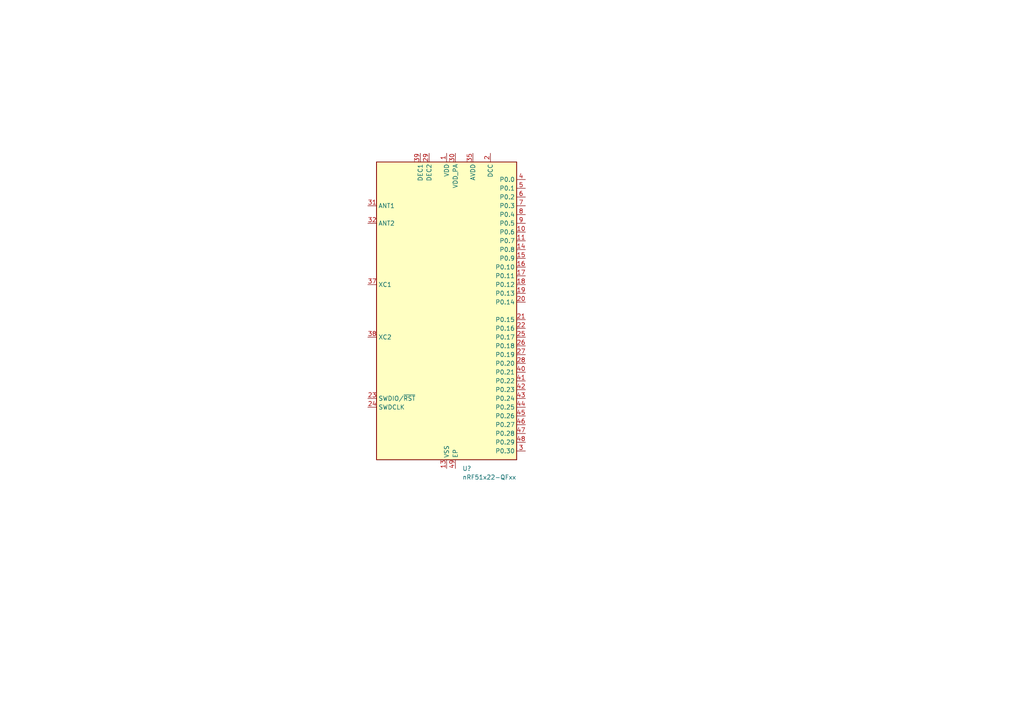
<source format=kicad_sch>
(kicad_sch (version 20211123) (generator eeschema)
  (paper "A4")
  (lib_symbols
    (symbol "MCU_Nordic:nRF51x22-QFxx"
      (property "Reference" "U" (at 0 2.54 0))
      (property "Value" "nRF51x22-QFxx" (at 0 -2.54 0))
      (symbol "nRF51x22-QFxx_0_1"
        (rectangle (start -20.32 43.18) (end 20.32 -43.18) (stroke (width 0.254)) (fill (type background)))
      )
      (symbol "nRF51x22-QFxx_1_1"
        (pin power_in line (at 0 45.72 270) (length 2.54) (name "VDD") (number "1"))
        (pin bidirectional line (at 22.86 22.86 180) (length 2.54) (name "P0.6") (number "10"))
        (pin bidirectional line (at 22.86 20.32 180) (length 2.54) (name "P0.7") (number "11"))
        (pin passive line (at 0 45.72 270) (length 2.54) hide (name "VDD") (number "12"))
        (pin power_in line (at 0 -45.72 90) (length 2.54) (name "VSS") (number "13"))
        (pin bidirectional line (at 22.86 17.78 180) (length 2.54) (name "P0.8") (number "14"))
        (pin bidirectional line (at 22.86 15.24 180) (length 2.54) (name "P0.9") (number "15"))
        (pin bidirectional line (at 22.86 12.7 180) (length 2.54) (name "P0.10") (number "16"))
        (pin bidirectional line (at 22.86 10.16 180) (length 2.54) (name "P0.11") (number "17"))
        (pin bidirectional line (at 22.86 7.62 180) (length 2.54) (name "P0.12") (number "18"))
        (pin bidirectional line (at 22.86 5.08 180) (length 2.54) (name "P0.13") (number "19"))
        (pin power_out line (at 12.7 45.72 270) (length 2.54) (name "DCC") (number "2"))
        (pin bidirectional line (at 22.86 2.54 180) (length 2.54) (name "P0.14") (number "20"))
        (pin bidirectional line (at 22.86 -2.54 180) (length 2.54) (name "P0.15") (number "21"))
        (pin bidirectional line (at 22.86 -5.08 180) (length 2.54) (name "P0.16") (number "22"))
        (pin bidirectional line (at -22.86 -25.4 0) (length 2.54) (name "SWDIO/~{RST}") (number "23"))
        (pin input line (at -22.86 -27.94 0) (length 2.54) (name "SWDCLK") (number "24"))
        (pin bidirectional line (at 22.86 -7.62 180) (length 2.54) (name "P0.17") (number "25"))
        (pin bidirectional line (at 22.86 -10.16 180) (length 2.54) (name "P0.18") (number "26"))
        (pin bidirectional line (at 22.86 -12.7 180) (length 2.54) (name "P0.19") (number "27"))
        (pin bidirectional line (at 22.86 -15.24 180) (length 2.54) (name "P0.20") (number "28"))
        (pin passive line (at -5.08 45.72 270) (length 2.54) (name "DEC2") (number "29"))
        (pin bidirectional line (at 22.86 -40.64 180) (length 2.54) (name "P0.30") (number "3"))
        (pin power_out line (at 2.54 45.72 270) (length 2.54) (name "VDD_PA") (number "30"))
        (pin output line (at -22.86 30.48 0) (length 2.54) (name "ANT1") (number "31"))
        (pin output line (at -22.86 25.4 0) (length 2.54) (name "ANT2") (number "32"))
        (pin passive line (at 0 -45.72 90) (length 2.54) hide (name "VSS") (number "33"))
        (pin passive line (at 0 -45.72 90) (length 2.54) hide (name "VSS") (number "34"))
        (pin power_in line (at 7.62 45.72 270) (length 2.54) (name "AVDD") (number "35"))
        (pin passive line (at 7.62 45.72 270) (length 2.54) hide (name "AVDD") (number "36"))
        (pin input line (at -22.86 7.62 0) (length 2.54) (name "XC1") (number "37"))
        (pin input line (at -22.86 -7.62 0) (length 2.54) (name "XC2") (number "38"))
        (pin passive line (at -7.62 45.72 270) (length 2.54) (name "DEC1") (number "39"))
        (pin bidirectional line (at 22.86 38.1 180) (length 2.54) (name "P0.0") (number "4"))
        (pin bidirectional line (at 22.86 -17.78 180) (length 2.54) (name "P0.21") (number "40"))
        (pin bidirectional line (at 22.86 -20.32 180) (length 2.54) (name "P0.22") (number "41"))
        (pin bidirectional line (at 22.86 -22.86 180) (length 2.54) (name "P0.23") (number "42"))
        (pin bidirectional line (at 22.86 -25.4 180) (length 2.54) (name "P0.24") (number "43"))
        (pin bidirectional line (at 22.86 -27.94 180) (length 2.54) (name "P0.25") (number "44"))
        (pin bidirectional line (at 22.86 -30.48 180) (length 2.54) (name "P0.26") (number "45"))
        (pin bidirectional line (at 22.86 -33.02 180) (length 2.54) (name "P0.27") (number "46"))
        (pin bidirectional line (at 22.86 -35.56 180) (length 2.54) (name "P0.28") (number "47"))
        (pin bidirectional line (at 22.86 -38.1 180) (length 2.54) (name "P0.29") (number "48"))
        (pin power_in line (at 2.54 -45.72 90) (length 2.54) (name "EP") (number "49"))
        (pin bidirectional line (at 22.86 35.56 180) (length 2.54) (name "P0.1") (number "5"))
        (pin bidirectional line (at 22.86 33.02 180) (length 2.54) (name "P0.2") (number "6"))
        (pin bidirectional line (at 22.86 30.48 180) (length 2.54) (name "P0.3") (number "7"))
        (pin bidirectional line (at 22.86 27.94 180) (length 2.54) (name "P0.4") (number "8"))
        (pin bidirectional line (at 22.86 25.4 180) (length 2.54) (name "P0.5") (number "9"))
      )
    )
  )
  (symbol (lib_id "MCU_Nordic:nRF51x22-QFxx") (at 129.54 90.17 0) (unit 1)
    (property "Reference" "U?" (at 134.0994 135.89 0) (effects (justify left)))
    (property "Value" "nRF51x22-QFxx" (at 134.0994 138.43 0) (effects (justify left)))
    (property "Footprint" "Package_DFN_QFN:QFN-48-1EP_6x6mm_P0.4mm_EP4.6x4.6mm" (effects hide))
    (property "Datasheet" "http://infocenter.nordicsemi.com/pdf/nRF51822_PS_v3.3.pdf" (effects hide))
  )
)
</source>
